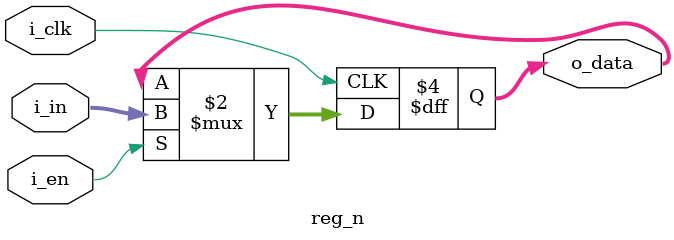
<source format=sv>
module reg_n #
(
	parameter N = 8
)
(
	input i_clk,
	input i_en,
	input [N-1:0] i_in,

	output logic [N-1:0] o_data
);
	always_ff @(posedge i_clk) begin
		if(i_en)
			o_data <= i_in;
	end

endmodule
</source>
